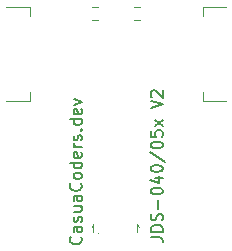
<source format=gbr>
%TF.GenerationSoftware,KiCad,Pcbnew,8.0.1*%
%TF.CreationDate,2024-03-21T20:23:12-04:00*%
%TF.ProjectId,040-05x-v2,3034302d-3035-4782-9d76-322e6b696361,rev?*%
%TF.SameCoordinates,Original*%
%TF.FileFunction,Legend,Top*%
%TF.FilePolarity,Positive*%
%FSLAX46Y46*%
G04 Gerber Fmt 4.6, Leading zero omitted, Abs format (unit mm)*
G04 Created by KiCad (PCBNEW 8.0.1) date 2024-03-21 20:23:12*
%MOMM*%
%LPD*%
G01*
G04 APERTURE LIST*
%ADD10C,0.150000*%
%ADD11C,0.100000*%
%ADD12C,0.120000*%
G04 APERTURE END LIST*
D10*
X64036580Y-77577792D02*
X64084200Y-77625411D01*
X64084200Y-77625411D02*
X64131819Y-77768268D01*
X64131819Y-77768268D02*
X64131819Y-77863506D01*
X64131819Y-77863506D02*
X64084200Y-78006363D01*
X64084200Y-78006363D02*
X63988961Y-78101601D01*
X63988961Y-78101601D02*
X63893723Y-78149220D01*
X63893723Y-78149220D02*
X63703247Y-78196839D01*
X63703247Y-78196839D02*
X63560390Y-78196839D01*
X63560390Y-78196839D02*
X63369914Y-78149220D01*
X63369914Y-78149220D02*
X63274676Y-78101601D01*
X63274676Y-78101601D02*
X63179438Y-78006363D01*
X63179438Y-78006363D02*
X63131819Y-77863506D01*
X63131819Y-77863506D02*
X63131819Y-77768268D01*
X63131819Y-77768268D02*
X63179438Y-77625411D01*
X63179438Y-77625411D02*
X63227057Y-77577792D01*
X64131819Y-76720649D02*
X63608009Y-76720649D01*
X63608009Y-76720649D02*
X63512771Y-76768268D01*
X63512771Y-76768268D02*
X63465152Y-76863506D01*
X63465152Y-76863506D02*
X63465152Y-77053982D01*
X63465152Y-77053982D02*
X63512771Y-77149220D01*
X64084200Y-76720649D02*
X64131819Y-76815887D01*
X64131819Y-76815887D02*
X64131819Y-77053982D01*
X64131819Y-77053982D02*
X64084200Y-77149220D01*
X64084200Y-77149220D02*
X63988961Y-77196839D01*
X63988961Y-77196839D02*
X63893723Y-77196839D01*
X63893723Y-77196839D02*
X63798485Y-77149220D01*
X63798485Y-77149220D02*
X63750866Y-77053982D01*
X63750866Y-77053982D02*
X63750866Y-76815887D01*
X63750866Y-76815887D02*
X63703247Y-76720649D01*
X64084200Y-76292077D02*
X64131819Y-76196839D01*
X64131819Y-76196839D02*
X64131819Y-76006363D01*
X64131819Y-76006363D02*
X64084200Y-75911125D01*
X64084200Y-75911125D02*
X63988961Y-75863506D01*
X63988961Y-75863506D02*
X63941342Y-75863506D01*
X63941342Y-75863506D02*
X63846104Y-75911125D01*
X63846104Y-75911125D02*
X63798485Y-76006363D01*
X63798485Y-76006363D02*
X63798485Y-76149220D01*
X63798485Y-76149220D02*
X63750866Y-76244458D01*
X63750866Y-76244458D02*
X63655628Y-76292077D01*
X63655628Y-76292077D02*
X63608009Y-76292077D01*
X63608009Y-76292077D02*
X63512771Y-76244458D01*
X63512771Y-76244458D02*
X63465152Y-76149220D01*
X63465152Y-76149220D02*
X63465152Y-76006363D01*
X63465152Y-76006363D02*
X63512771Y-75911125D01*
X63465152Y-75006363D02*
X64131819Y-75006363D01*
X63465152Y-75434934D02*
X63988961Y-75434934D01*
X63988961Y-75434934D02*
X64084200Y-75387315D01*
X64084200Y-75387315D02*
X64131819Y-75292077D01*
X64131819Y-75292077D02*
X64131819Y-75149220D01*
X64131819Y-75149220D02*
X64084200Y-75053982D01*
X64084200Y-75053982D02*
X64036580Y-75006363D01*
X64131819Y-74101601D02*
X63608009Y-74101601D01*
X63608009Y-74101601D02*
X63512771Y-74149220D01*
X63512771Y-74149220D02*
X63465152Y-74244458D01*
X63465152Y-74244458D02*
X63465152Y-74434934D01*
X63465152Y-74434934D02*
X63512771Y-74530172D01*
X64084200Y-74101601D02*
X64131819Y-74196839D01*
X64131819Y-74196839D02*
X64131819Y-74434934D01*
X64131819Y-74434934D02*
X64084200Y-74530172D01*
X64084200Y-74530172D02*
X63988961Y-74577791D01*
X63988961Y-74577791D02*
X63893723Y-74577791D01*
X63893723Y-74577791D02*
X63798485Y-74530172D01*
X63798485Y-74530172D02*
X63750866Y-74434934D01*
X63750866Y-74434934D02*
X63750866Y-74196839D01*
X63750866Y-74196839D02*
X63703247Y-74101601D01*
X64036580Y-73053982D02*
X64084200Y-73101601D01*
X64084200Y-73101601D02*
X64131819Y-73244458D01*
X64131819Y-73244458D02*
X64131819Y-73339696D01*
X64131819Y-73339696D02*
X64084200Y-73482553D01*
X64084200Y-73482553D02*
X63988961Y-73577791D01*
X63988961Y-73577791D02*
X63893723Y-73625410D01*
X63893723Y-73625410D02*
X63703247Y-73673029D01*
X63703247Y-73673029D02*
X63560390Y-73673029D01*
X63560390Y-73673029D02*
X63369914Y-73625410D01*
X63369914Y-73625410D02*
X63274676Y-73577791D01*
X63274676Y-73577791D02*
X63179438Y-73482553D01*
X63179438Y-73482553D02*
X63131819Y-73339696D01*
X63131819Y-73339696D02*
X63131819Y-73244458D01*
X63131819Y-73244458D02*
X63179438Y-73101601D01*
X63179438Y-73101601D02*
X63227057Y-73053982D01*
X64131819Y-72482553D02*
X64084200Y-72577791D01*
X64084200Y-72577791D02*
X64036580Y-72625410D01*
X64036580Y-72625410D02*
X63941342Y-72673029D01*
X63941342Y-72673029D02*
X63655628Y-72673029D01*
X63655628Y-72673029D02*
X63560390Y-72625410D01*
X63560390Y-72625410D02*
X63512771Y-72577791D01*
X63512771Y-72577791D02*
X63465152Y-72482553D01*
X63465152Y-72482553D02*
X63465152Y-72339696D01*
X63465152Y-72339696D02*
X63512771Y-72244458D01*
X63512771Y-72244458D02*
X63560390Y-72196839D01*
X63560390Y-72196839D02*
X63655628Y-72149220D01*
X63655628Y-72149220D02*
X63941342Y-72149220D01*
X63941342Y-72149220D02*
X64036580Y-72196839D01*
X64036580Y-72196839D02*
X64084200Y-72244458D01*
X64084200Y-72244458D02*
X64131819Y-72339696D01*
X64131819Y-72339696D02*
X64131819Y-72482553D01*
X64131819Y-71292077D02*
X63131819Y-71292077D01*
X64084200Y-71292077D02*
X64131819Y-71387315D01*
X64131819Y-71387315D02*
X64131819Y-71577791D01*
X64131819Y-71577791D02*
X64084200Y-71673029D01*
X64084200Y-71673029D02*
X64036580Y-71720648D01*
X64036580Y-71720648D02*
X63941342Y-71768267D01*
X63941342Y-71768267D02*
X63655628Y-71768267D01*
X63655628Y-71768267D02*
X63560390Y-71720648D01*
X63560390Y-71720648D02*
X63512771Y-71673029D01*
X63512771Y-71673029D02*
X63465152Y-71577791D01*
X63465152Y-71577791D02*
X63465152Y-71387315D01*
X63465152Y-71387315D02*
X63512771Y-71292077D01*
X64084200Y-70434934D02*
X64131819Y-70530172D01*
X64131819Y-70530172D02*
X64131819Y-70720648D01*
X64131819Y-70720648D02*
X64084200Y-70815886D01*
X64084200Y-70815886D02*
X63988961Y-70863505D01*
X63988961Y-70863505D02*
X63608009Y-70863505D01*
X63608009Y-70863505D02*
X63512771Y-70815886D01*
X63512771Y-70815886D02*
X63465152Y-70720648D01*
X63465152Y-70720648D02*
X63465152Y-70530172D01*
X63465152Y-70530172D02*
X63512771Y-70434934D01*
X63512771Y-70434934D02*
X63608009Y-70387315D01*
X63608009Y-70387315D02*
X63703247Y-70387315D01*
X63703247Y-70387315D02*
X63798485Y-70863505D01*
X64131819Y-69958743D02*
X63465152Y-69958743D01*
X63655628Y-69958743D02*
X63560390Y-69911124D01*
X63560390Y-69911124D02*
X63512771Y-69863505D01*
X63512771Y-69863505D02*
X63465152Y-69768267D01*
X63465152Y-69768267D02*
X63465152Y-69673029D01*
X64084200Y-69387314D02*
X64131819Y-69292076D01*
X64131819Y-69292076D02*
X64131819Y-69101600D01*
X64131819Y-69101600D02*
X64084200Y-69006362D01*
X64084200Y-69006362D02*
X63988961Y-68958743D01*
X63988961Y-68958743D02*
X63941342Y-68958743D01*
X63941342Y-68958743D02*
X63846104Y-69006362D01*
X63846104Y-69006362D02*
X63798485Y-69101600D01*
X63798485Y-69101600D02*
X63798485Y-69244457D01*
X63798485Y-69244457D02*
X63750866Y-69339695D01*
X63750866Y-69339695D02*
X63655628Y-69387314D01*
X63655628Y-69387314D02*
X63608009Y-69387314D01*
X63608009Y-69387314D02*
X63512771Y-69339695D01*
X63512771Y-69339695D02*
X63465152Y-69244457D01*
X63465152Y-69244457D02*
X63465152Y-69101600D01*
X63465152Y-69101600D02*
X63512771Y-69006362D01*
X64036580Y-68530171D02*
X64084200Y-68482552D01*
X64084200Y-68482552D02*
X64131819Y-68530171D01*
X64131819Y-68530171D02*
X64084200Y-68577790D01*
X64084200Y-68577790D02*
X64036580Y-68530171D01*
X64036580Y-68530171D02*
X64131819Y-68530171D01*
X64131819Y-67625410D02*
X63131819Y-67625410D01*
X64084200Y-67625410D02*
X64131819Y-67720648D01*
X64131819Y-67720648D02*
X64131819Y-67911124D01*
X64131819Y-67911124D02*
X64084200Y-68006362D01*
X64084200Y-68006362D02*
X64036580Y-68053981D01*
X64036580Y-68053981D02*
X63941342Y-68101600D01*
X63941342Y-68101600D02*
X63655628Y-68101600D01*
X63655628Y-68101600D02*
X63560390Y-68053981D01*
X63560390Y-68053981D02*
X63512771Y-68006362D01*
X63512771Y-68006362D02*
X63465152Y-67911124D01*
X63465152Y-67911124D02*
X63465152Y-67720648D01*
X63465152Y-67720648D02*
X63512771Y-67625410D01*
X64084200Y-66768267D02*
X64131819Y-66863505D01*
X64131819Y-66863505D02*
X64131819Y-67053981D01*
X64131819Y-67053981D02*
X64084200Y-67149219D01*
X64084200Y-67149219D02*
X63988961Y-67196838D01*
X63988961Y-67196838D02*
X63608009Y-67196838D01*
X63608009Y-67196838D02*
X63512771Y-67149219D01*
X63512771Y-67149219D02*
X63465152Y-67053981D01*
X63465152Y-67053981D02*
X63465152Y-66863505D01*
X63465152Y-66863505D02*
X63512771Y-66768267D01*
X63512771Y-66768267D02*
X63608009Y-66720648D01*
X63608009Y-66720648D02*
X63703247Y-66720648D01*
X63703247Y-66720648D02*
X63798485Y-67196838D01*
X63465152Y-66387314D02*
X64131819Y-66149219D01*
X64131819Y-66149219D02*
X63465152Y-65911124D01*
X69989819Y-77609506D02*
X70704104Y-77609506D01*
X70704104Y-77609506D02*
X70846961Y-77657125D01*
X70846961Y-77657125D02*
X70942200Y-77752363D01*
X70942200Y-77752363D02*
X70989819Y-77895220D01*
X70989819Y-77895220D02*
X70989819Y-77990458D01*
X70989819Y-77133315D02*
X69989819Y-77133315D01*
X69989819Y-77133315D02*
X69989819Y-76895220D01*
X69989819Y-76895220D02*
X70037438Y-76752363D01*
X70037438Y-76752363D02*
X70132676Y-76657125D01*
X70132676Y-76657125D02*
X70227914Y-76609506D01*
X70227914Y-76609506D02*
X70418390Y-76561887D01*
X70418390Y-76561887D02*
X70561247Y-76561887D01*
X70561247Y-76561887D02*
X70751723Y-76609506D01*
X70751723Y-76609506D02*
X70846961Y-76657125D01*
X70846961Y-76657125D02*
X70942200Y-76752363D01*
X70942200Y-76752363D02*
X70989819Y-76895220D01*
X70989819Y-76895220D02*
X70989819Y-77133315D01*
X70942200Y-76180934D02*
X70989819Y-76038077D01*
X70989819Y-76038077D02*
X70989819Y-75799982D01*
X70989819Y-75799982D02*
X70942200Y-75704744D01*
X70942200Y-75704744D02*
X70894580Y-75657125D01*
X70894580Y-75657125D02*
X70799342Y-75609506D01*
X70799342Y-75609506D02*
X70704104Y-75609506D01*
X70704104Y-75609506D02*
X70608866Y-75657125D01*
X70608866Y-75657125D02*
X70561247Y-75704744D01*
X70561247Y-75704744D02*
X70513628Y-75799982D01*
X70513628Y-75799982D02*
X70466009Y-75990458D01*
X70466009Y-75990458D02*
X70418390Y-76085696D01*
X70418390Y-76085696D02*
X70370771Y-76133315D01*
X70370771Y-76133315D02*
X70275533Y-76180934D01*
X70275533Y-76180934D02*
X70180295Y-76180934D01*
X70180295Y-76180934D02*
X70085057Y-76133315D01*
X70085057Y-76133315D02*
X70037438Y-76085696D01*
X70037438Y-76085696D02*
X69989819Y-75990458D01*
X69989819Y-75990458D02*
X69989819Y-75752363D01*
X69989819Y-75752363D02*
X70037438Y-75609506D01*
X70608866Y-75180934D02*
X70608866Y-74419030D01*
X69989819Y-73752363D02*
X69989819Y-73657125D01*
X69989819Y-73657125D02*
X70037438Y-73561887D01*
X70037438Y-73561887D02*
X70085057Y-73514268D01*
X70085057Y-73514268D02*
X70180295Y-73466649D01*
X70180295Y-73466649D02*
X70370771Y-73419030D01*
X70370771Y-73419030D02*
X70608866Y-73419030D01*
X70608866Y-73419030D02*
X70799342Y-73466649D01*
X70799342Y-73466649D02*
X70894580Y-73514268D01*
X70894580Y-73514268D02*
X70942200Y-73561887D01*
X70942200Y-73561887D02*
X70989819Y-73657125D01*
X70989819Y-73657125D02*
X70989819Y-73752363D01*
X70989819Y-73752363D02*
X70942200Y-73847601D01*
X70942200Y-73847601D02*
X70894580Y-73895220D01*
X70894580Y-73895220D02*
X70799342Y-73942839D01*
X70799342Y-73942839D02*
X70608866Y-73990458D01*
X70608866Y-73990458D02*
X70370771Y-73990458D01*
X70370771Y-73990458D02*
X70180295Y-73942839D01*
X70180295Y-73942839D02*
X70085057Y-73895220D01*
X70085057Y-73895220D02*
X70037438Y-73847601D01*
X70037438Y-73847601D02*
X69989819Y-73752363D01*
X70323152Y-72561887D02*
X70989819Y-72561887D01*
X69942200Y-72799982D02*
X70656485Y-73038077D01*
X70656485Y-73038077D02*
X70656485Y-72419030D01*
X69989819Y-71847601D02*
X69989819Y-71752363D01*
X69989819Y-71752363D02*
X70037438Y-71657125D01*
X70037438Y-71657125D02*
X70085057Y-71609506D01*
X70085057Y-71609506D02*
X70180295Y-71561887D01*
X70180295Y-71561887D02*
X70370771Y-71514268D01*
X70370771Y-71514268D02*
X70608866Y-71514268D01*
X70608866Y-71514268D02*
X70799342Y-71561887D01*
X70799342Y-71561887D02*
X70894580Y-71609506D01*
X70894580Y-71609506D02*
X70942200Y-71657125D01*
X70942200Y-71657125D02*
X70989819Y-71752363D01*
X70989819Y-71752363D02*
X70989819Y-71847601D01*
X70989819Y-71847601D02*
X70942200Y-71942839D01*
X70942200Y-71942839D02*
X70894580Y-71990458D01*
X70894580Y-71990458D02*
X70799342Y-72038077D01*
X70799342Y-72038077D02*
X70608866Y-72085696D01*
X70608866Y-72085696D02*
X70370771Y-72085696D01*
X70370771Y-72085696D02*
X70180295Y-72038077D01*
X70180295Y-72038077D02*
X70085057Y-71990458D01*
X70085057Y-71990458D02*
X70037438Y-71942839D01*
X70037438Y-71942839D02*
X69989819Y-71847601D01*
X69942200Y-70371411D02*
X71227914Y-71228553D01*
X69989819Y-69847601D02*
X69989819Y-69752363D01*
X69989819Y-69752363D02*
X70037438Y-69657125D01*
X70037438Y-69657125D02*
X70085057Y-69609506D01*
X70085057Y-69609506D02*
X70180295Y-69561887D01*
X70180295Y-69561887D02*
X70370771Y-69514268D01*
X70370771Y-69514268D02*
X70608866Y-69514268D01*
X70608866Y-69514268D02*
X70799342Y-69561887D01*
X70799342Y-69561887D02*
X70894580Y-69609506D01*
X70894580Y-69609506D02*
X70942200Y-69657125D01*
X70942200Y-69657125D02*
X70989819Y-69752363D01*
X70989819Y-69752363D02*
X70989819Y-69847601D01*
X70989819Y-69847601D02*
X70942200Y-69942839D01*
X70942200Y-69942839D02*
X70894580Y-69990458D01*
X70894580Y-69990458D02*
X70799342Y-70038077D01*
X70799342Y-70038077D02*
X70608866Y-70085696D01*
X70608866Y-70085696D02*
X70370771Y-70085696D01*
X70370771Y-70085696D02*
X70180295Y-70038077D01*
X70180295Y-70038077D02*
X70085057Y-69990458D01*
X70085057Y-69990458D02*
X70037438Y-69942839D01*
X70037438Y-69942839D02*
X69989819Y-69847601D01*
X69989819Y-68609506D02*
X69989819Y-69085696D01*
X69989819Y-69085696D02*
X70466009Y-69133315D01*
X70466009Y-69133315D02*
X70418390Y-69085696D01*
X70418390Y-69085696D02*
X70370771Y-68990458D01*
X70370771Y-68990458D02*
X70370771Y-68752363D01*
X70370771Y-68752363D02*
X70418390Y-68657125D01*
X70418390Y-68657125D02*
X70466009Y-68609506D01*
X70466009Y-68609506D02*
X70561247Y-68561887D01*
X70561247Y-68561887D02*
X70799342Y-68561887D01*
X70799342Y-68561887D02*
X70894580Y-68609506D01*
X70894580Y-68609506D02*
X70942200Y-68657125D01*
X70942200Y-68657125D02*
X70989819Y-68752363D01*
X70989819Y-68752363D02*
X70989819Y-68990458D01*
X70989819Y-68990458D02*
X70942200Y-69085696D01*
X70942200Y-69085696D02*
X70894580Y-69133315D01*
X70989819Y-68228553D02*
X70323152Y-67704744D01*
X70323152Y-68228553D02*
X70989819Y-67704744D01*
X69989819Y-66704743D02*
X70989819Y-66371410D01*
X70989819Y-66371410D02*
X69989819Y-66038077D01*
X70085057Y-65752362D02*
X70037438Y-65704743D01*
X70037438Y-65704743D02*
X69989819Y-65609505D01*
X69989819Y-65609505D02*
X69989819Y-65371410D01*
X69989819Y-65371410D02*
X70037438Y-65276172D01*
X70037438Y-65276172D02*
X70085057Y-65228553D01*
X70085057Y-65228553D02*
X70180295Y-65180934D01*
X70180295Y-65180934D02*
X70275533Y-65180934D01*
X70275533Y-65180934D02*
X70418390Y-65228553D01*
X70418390Y-65228553D02*
X70989819Y-65799981D01*
X70989819Y-65799981D02*
X70989819Y-65180934D01*
D11*
%TO.C,J3*%
X57737000Y-58103000D02*
X59737000Y-58103000D01*
X57737000Y-66103000D02*
X59737000Y-66103000D01*
X59737000Y-58103000D02*
X59737000Y-58903000D01*
X59737000Y-66103000D02*
X59737000Y-65303000D01*
D12*
%TO.C,R4*%
X65532724Y-58151500D02*
X65023276Y-58151500D01*
X65532724Y-59196500D02*
X65023276Y-59196500D01*
%TO.C,R3*%
X69088724Y-58151500D02*
X68579276Y-58151500D01*
X69088724Y-59196500D02*
X68579276Y-59196500D01*
%TO.C,D1*%
X65126000Y-76512000D02*
X64976000Y-76712000D01*
X65126000Y-77162000D02*
X65126000Y-76512000D01*
X68856000Y-76512000D02*
X69006000Y-76712000D01*
X68856000Y-77162000D02*
X68856000Y-76512000D01*
X65606000Y-77312000D02*
G75*
G02*
X65506000Y-77312000I-50000J0D01*
G01*
X65506000Y-77312000D02*
G75*
G02*
X65606000Y-77312000I50000J0D01*
G01*
D11*
%TO.C,J2*%
X74375000Y-58103000D02*
X74375000Y-58903000D01*
X74375000Y-66103000D02*
X74375000Y-65303000D01*
X76375000Y-58103000D02*
X74375000Y-58103000D01*
X76375000Y-66103000D02*
X74375000Y-66103000D01*
%TD*%
M02*

</source>
